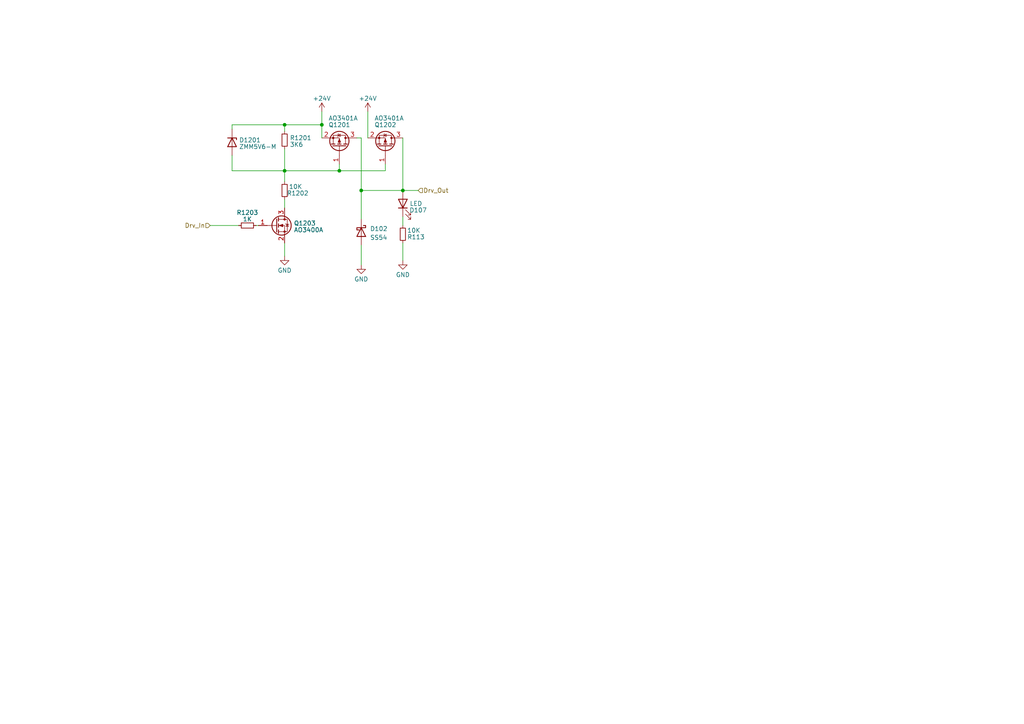
<source format=kicad_sch>
(kicad_sch (version 20230121) (generator eeschema)
  (paper "A4")
  (lib_symbols
    (symbol "Device:R_Small" (pin_numbers hide) (pin_names (offset 0.254) hide)
      (property "Reference" "R" (at 0.762 0.508 0))
      (property "Value" "R_Small" (at 0.762 -1.016 0))
      (symbol "R_Small_0_1"
        (rectangle (start -0.762 1.778) (end 0.762 -1.778) (stroke (width 0.2032)))
      )
      (symbol "R_Small_1_1"
        (pin passive line (at 0 2.54 270) (length 0.762) (name "~") (number "1"))
        (pin passive line (at 0 -2.54 90) (length 0.762) (name "~") (number "2"))
      )
    )
    (symbol "PGD-Library:D_Schottky" (pin_numbers hide) (pin_names (offset 1.016) hide)
      (property "Reference" "D" (at 0 2.54 0))
      (property "Value" "D_Schottky" (at 0 -2.54 0))
      (symbol "D_Schottky_0_1"
        (polyline (pts (xy 1.27 0) (xy -1.27 0)))
        (polyline (pts (xy 1.27 1.27) (xy 1.27 -1.27) (xy -1.27 0) (xy 1.27 1.27)) (stroke (width 0.254)))
        (polyline (pts (xy -1.905 0.635) (xy -1.905 1.27) (xy -1.27 1.27) (xy -1.27 -1.27) (xy -0.635 -1.27) (xy -0.635 -0.635)) (stroke (width 0.254)))
      )
      (symbol "D_Schottky_1_1"
        (pin passive line (at -3.81 0 0) (length 2.54) (name "K") (number "1"))
        (pin passive line (at 3.81 0 180) (length 2.54) (name "A") (number "2"))
      )
    )
    (symbol "PGD-Library:D_Zener" (pin_numbers hide) (pin_names (offset 1.016) hide)
      (property "Reference" "D" (at 0 2.54 0))
      (property "Value" "D_Zener" (at 0 -2.54 0))
      (symbol "D_Zener_0_1"
        (polyline (pts (xy 1.27 0) (xy -1.27 0)))
        (polyline (pts (xy -1.27 -1.27) (xy -1.27 1.27) (xy -0.762 1.27)) (stroke (width 0.254)))
        (polyline (pts (xy 1.27 -1.27) (xy 1.27 1.27) (xy -1.27 0) (xy 1.27 -1.27)) (stroke (width 0.254)))
      )
      (symbol "D_Zener_1_1"
        (pin passive line (at -3.81 0 0) (length 2.54) (name "K") (number "1"))
        (pin passive line (at 3.81 0 180) (length 2.54) (name "A") (number "2"))
      )
    )
    (symbol "PGD-Library:LED" (pin_numbers hide) (pin_names (offset 1.016) hide)
      (property "Reference" "D" (at 0 2.54 0))
      (property "Value" "LED" (at 0 -2.54 0))
      (symbol "LED_0_1"
        (polyline (pts (xy -1.27 -1.27) (xy -1.27 1.27)) (stroke (width 0.254)))
        (polyline (pts (xy -1.27 0) (xy 1.27 0)))
        (polyline (pts (xy 1.27 -1.27) (xy 1.27 1.27) (xy -1.27 0) (xy 1.27 -1.27)) (stroke (width 0.254)))
        (polyline (pts (xy -3.048 -0.762) (xy -4.572 -2.286) (xy -3.81 -2.286) (xy -4.572 -2.286) (xy -4.572 -1.524)))
        (polyline (pts (xy -1.778 -0.762) (xy -3.302 -2.286) (xy -2.54 -2.286) (xy -3.302 -2.286) (xy -3.302 -1.524)))
      )
      (symbol "LED_1_1"
        (pin passive line (at -3.81 0 0) (length 2.54) (name "K") (number "1"))
        (pin passive line (at 3.81 0 180) (length 2.54) (name "A") (number "2"))
      )
    )
    (symbol "PGD-Library:R_Small" (pin_numbers hide) (pin_names (offset 0.254) hide)
      (property "Reference" "R" (at 0.762 0.508 0))
      (property "Value" "R_Small" (at 0.762 -1.016 0))
      (symbol "R_Small_0_1"
        (rectangle (start -0.762 1.778) (end 0.762 -1.778) (stroke (width 0.2032)))
      )
      (symbol "R_Small_1_1"
        (pin passive line (at 0 2.54 270) (length 0.762) (name "~") (number "1"))
        (pin passive line (at 0 -2.54 90) (length 0.762) (name "~") (number "2"))
      )
    )
    (symbol "Transistor_FET:AO3400A" (pin_names hide)
      (property "Reference" "Q" (at 5.08 1.905 0))
      (property "Value" "AO3400A" (at 5.08 0 0))
      (symbol "AO3400A_0_1"
        (polyline (pts (xy 0.254 0) (xy -2.54 0)))
        (polyline (pts (xy 0.254 1.905) (xy 0.254 -1.905)) (stroke (width 0.254)))
        (polyline (pts (xy 0.762 -1.27) (xy 0.762 -2.286)) (stroke (width 0.254)))
        (polyline (pts (xy 0.762 0.508) (xy 0.762 -0.508)) (stroke (width 0.254)))
        (polyline (pts (xy 0.762 2.286) (xy 0.762 1.27)) (stroke (width 0.254)))
        (polyline (pts (xy 2.54 2.54) (xy 2.54 1.778)))
        (polyline (pts (xy 2.54 -2.54) (xy 2.54 0) (xy 0.762 0)))
        (polyline (pts (xy 0.762 -1.778) (xy 3.302 -1.778) (xy 3.302 1.778) (xy 0.762 1.778)))
        (polyline (pts (xy 1.016 0) (xy 2.032 0.381) (xy 2.032 -0.381) (xy 1.016 0)) (fill (type outline)))
        (polyline (pts (xy 2.794 0.508) (xy 2.921 0.381) (xy 3.683 0.381) (xy 3.81 0.254)))
        (polyline (pts (xy 3.302 0.381) (xy 2.921 -0.254) (xy 3.683 -0.254) (xy 3.302 0.381)))
        (circle (center 1.651 0) (radius 2.794) (stroke (width 0.254)))
        (circle (center 2.54 -1.778) (radius 0.254) (fill (type outline)))
        (circle (center 2.54 1.778) (radius 0.254) (fill (type outline)))
      )
      (symbol "AO3400A_1_1"
        (pin input line (at -5.08 0 0) (length 2.54) (name "G") (number "1"))
        (pin passive line (at 2.54 -5.08 90) (length 2.54) (name "S") (number "2"))
        (pin passive line (at 2.54 5.08 270) (length 2.54) (name "D") (number "3"))
      )
    )
    (symbol "Transistor_FET:AO3401A" (pin_names hide)
      (property "Reference" "Q" (at 5.08 1.905 0))
      (property "Value" "AO3401A" (at 5.08 0 0))
      (symbol "AO3401A_0_1"
        (polyline (pts (xy 0.254 0) (xy -2.54 0)))
        (polyline (pts (xy 0.254 1.905) (xy 0.254 -1.905)) (stroke (width 0.254)))
        (polyline (pts (xy 0.762 -1.27) (xy 0.762 -2.286)) (stroke (width 0.254)))
        (polyline (pts (xy 0.762 0.508) (xy 0.762 -0.508)) (stroke (width 0.254)))
        (polyline (pts (xy 0.762 2.286) (xy 0.762 1.27)) (stroke (width 0.254)))
        (polyline (pts (xy 2.54 2.54) (xy 2.54 1.778)))
        (polyline (pts (xy 2.54 -2.54) (xy 2.54 0) (xy 0.762 0)))
        (polyline (pts (xy 0.762 1.778) (xy 3.302 1.778) (xy 3.302 -1.778) (xy 0.762 -1.778)))
        (polyline (pts (xy 2.286 0) (xy 1.27 0.381) (xy 1.27 -0.381) (xy 2.286 0)) (fill (type outline)))
        (polyline (pts (xy 2.794 -0.508) (xy 2.921 -0.381) (xy 3.683 -0.381) (xy 3.81 -0.254)))
        (polyline (pts (xy 3.302 -0.381) (xy 2.921 0.254) (xy 3.683 0.254) (xy 3.302 -0.381)))
        (circle (center 1.651 0) (radius 2.794) (stroke (width 0.254)))
        (circle (center 2.54 -1.778) (radius 0.254) (fill (type outline)))
        (circle (center 2.54 1.778) (radius 0.254) (fill (type outline)))
      )
      (symbol "AO3401A_1_1"
        (pin input line (at -5.08 0 0) (length 2.54) (name "G") (number "1"))
        (pin passive line (at 2.54 -5.08 90) (length 2.54) (name "S") (number "2"))
        (pin passive line (at 2.54 5.08 270) (length 2.54) (name "D") (number "3"))
      )
    )
    (symbol "power:+24V" (power) (pin_names (offset 0))
      (property "Value" "+24V" (at 0 3.556 0))
      (symbol "+24V_0_1"
        (polyline (pts (xy -0.762 1.27) (xy 0 2.54)))
        (polyline (pts (xy 0 0) (xy 0 2.54)))
        (polyline (pts (xy 0 2.54) (xy 0.762 1.27)))
      )
      (symbol "+24V_1_1"
        (pin power_in line (at 0 0 90) (length 0) hide (name "+24V") (number "1"))
      )
    )
    (symbol "power:GND" (power) (pin_names (offset 0))
      (property "Value" "GND" (at 0 -3.81 0))
      (symbol "GND_0_1"
        (polyline (pts (xy 0 0) (xy 0 -1.27) (xy 1.27 -1.27) (xy 0 -2.54) (xy -1.27 -1.27) (xy 0 -1.27)))
      )
      (symbol "GND_1_1"
        (pin power_in line (at 0 0 270) (length 0) hide (name "GND") (number "1"))
      )
    )
  )
  (junction (at 116.84 55.245))
  (junction (at 82.55 49.53))
  (junction (at 98.425 49.53))
  (junction (at 82.55 36.195))
  (junction (at 104.775 55.245))
  (junction (at 93.345 36.195))
  (wire (pts (xy 116.84 55.245) (xy 121.285 55.245)))
  (wire (pts (xy 116.84 62.865) (xy 116.84 65.405)))
  (wire (pts (xy 82.55 36.195) (xy 93.345 36.195)))
  (wire (pts (xy 67.31 49.53) (xy 82.55 49.53)))
  (wire (pts (xy 98.425 47.625) (xy 98.425 49.53)))
  (wire (pts (xy 67.31 36.195) (xy 82.55 36.195)))
  (wire (pts (xy 104.775 55.245) (xy 116.84 55.245)))
  (wire (pts (xy 111.76 47.625) (xy 111.76 49.53)))
  (wire (pts (xy 116.84 40.005) (xy 116.84 55.245)))
  (wire (pts (xy 106.68 32.385) (xy 106.68 40.005)))
  (wire (pts (xy 104.775 55.245) (xy 104.775 63.5)))
  (wire (pts (xy 104.775 71.12) (xy 104.775 76.835)))
  (wire (pts (xy 111.76 49.53) (xy 98.425 49.53)))
  (wire (pts (xy 104.775 40.005) (xy 103.505 40.005)))
  (wire (pts (xy 82.55 70.485) (xy 82.55 74.295)))
  (wire (pts (xy 60.96 65.405) (xy 69.215 65.405)))
  (wire (pts (xy 98.425 49.53) (xy 82.55 49.53)))
  (wire (pts (xy 82.55 49.53) (xy 82.55 52.705)))
  (wire (pts (xy 67.31 45.085) (xy 67.31 49.53)))
  (wire (pts (xy 116.84 70.485) (xy 116.84 75.565)))
  (wire (pts (xy 67.31 37.465) (xy 67.31 36.195)))
  (wire (pts (xy 93.345 32.385) (xy 93.345 36.195)))
  (wire (pts (xy 74.295 65.405) (xy 74.93 65.405)))
  (wire (pts (xy 82.55 38.1) (xy 82.55 36.195)))
  (wire (pts (xy 93.345 36.195) (xy 93.345 40.005)))
  (wire (pts (xy 82.55 43.18) (xy 82.55 49.53)))
  (wire (pts (xy 82.55 57.785) (xy 82.55 60.325)))
  (wire (pts (xy 104.775 40.005) (xy 104.775 55.245)))
  (hierarchical_label "Drv_Out" (shape input) (at 121.285 55.245 0))
  (hierarchical_label "Drv_In" (shape input) (at 60.96 65.405 180))
  (symbol (lib_id "PGD-Library:LED") (at 116.84 59.055 90) (unit 1)
    (property "Reference" "D107" (at 121.285 60.96 90))
    (property "Value" "LED" (at 120.65 59.055 90))
    (property "Footprint" "LED_SMD:LED_0603_1608Metric" (effects hide))
    (property "LCSC Part" "C72043" (effects hide))
    (property "JLC Part" "Basic Part" (effects hide))
    (instances (project "PiraniGaugeDisplay" (path "" (reference "D107") (unit 1)) (path "" (reference "D902") (unit 1)) (path "" (reference "D1102") (unit 1)) (path "" (reference "D1202") (unit 1)) (path "" (reference "D1302") (unit 1))) (project "Output_4Ch_SoftLimits" (path "" (reference "D101") (unit 1)) (path "" (reference "D501") (unit 1)) (path "" (reference "D201") (unit 1)) (path "" (reference "D301") (unit 1))) (project "Bincorp_485JoystickControllerV1" (path "" (reference "D112") (unit 1))) (project "Output_2ch_FaultTolerant" (path "" (reference "D301") (unit 1)) (path "" (reference "D601") (unit 1))) (project "IO_LowPower_V1" (path "" (reference "D201") (unit 1))))
  )
  (symbol (lib_id "Device:R_Small") (at 82.55 40.64 0) (unit 1)
    (property "Reference" "R1201" (at 84.0486 39.9963 0) (effects (justify left)))
    (property "Value" "3K6" (at 84.0486 41.9173 0) (effects (justify left)))
    (property "Footprint" "Resistor_SMD:R_0805_2012Metric" (effects hide))
    (property "LCSC Part" "C18359" (effects hide))
    (property "JLC Part" "Basic Part" (effects hide))
    (instances (project "PiraniGaugeDisplay" (path "" (reference "R1201") (unit 1)) (path "" (reference "R1301") (unit 1)) (path "" (reference "R901") (unit 1)) (path "" (reference "R1101") (unit 1))))
  )
  (symbol (lib_id "Transistor_FET:AO3400A") (at 80.01 65.405 0) (unit 1)
    (property "Reference" "Q1203" (at 85.217 64.7613 0) (effects (justify left)))
    (property "Value" "AO3400A" (at 85.217 66.6823 0) (effects (justify left)))
    (property "Footprint" "Package_TO_SOT_SMD:SOT-23" (effects hide))
    (property "Datasheet" "http://www.aosmd.com/pdfs/datasheet/AO3400A.pdf" (effects hide))
    (property "LCSC Part" "C20917" (effects hide))
    (property "JLC Part" "Basic Part" (effects hide))
    (instances (project "PiraniGaugeDisplay" (path "" (reference "Q1203") (unit 1)) (path "" (reference "Q1303") (unit 1)) (path "" (reference "Q903") (unit 1)) (path "" (reference "Q1103") (unit 1))))
  )
  (symbol (lib_id "Transistor_FET:AO3401A") (at 111.76 42.545 270) (mirror x) (unit 1)
    (property "Reference" "Q1202" (at 108.585 36.211 90) (effects (justify left)))
    (property "Value" "AO3401A" (at 108.585 34.29 90) (effects (justify left)))
    (property "Footprint" "Package_TO_SOT_SMD:SOT-23" (effects hide))
    (property "Datasheet" "http://www.aosmd.com/pdfs/datasheet/AO3401A.pdf" (effects hide))
    (property "LCSC Part" "C15127" (effects hide))
    (property "JLC Part" "Basic Part" (effects hide))
    (instances (project "PiraniGaugeDisplay" (path "" (reference "Q1202") (unit 1)) (path "" (reference "Q1302") (unit 1)) (path "" (reference "Q902") (unit 1)) (path "" (reference "Q1102") (unit 1))))
  )
  (symbol (lib_id "PGD-Library:R_Small") (at 82.55 55.245 180) (unit 1)
    (property "Reference" "R1202" (at 86.3608 56.0401 0))
    (property "Value" "10K" (at 85.7258 54.1351 0))
    (property "Footprint" "Resistor_SMD:R_0805_2012Metric" (effects hide))
    (property "LCSC Part" "C17414" (effects hide))
    (property "JLC Part" "Basic Part" (effects hide))
    (instances (project "PiraniGaugeDisplay" (path "" (reference "R1202") (unit 1)) (path "" (reference "R1302") (unit 1)) (path "" (reference "R902") (unit 1)) (path "" (reference "R1102") (unit 1))))
  )
  (symbol (lib_id "PGD-Library:D_Zener") (at 67.31 41.275 270) (unit 1)
    (property "Reference" "D1201" (at 69.342 40.6313 90) (effects (justify left)))
    (property "Value" "ZMM5V6-M" (at 69.342 42.5523 90) (effects (justify left)))
    (property "Footprint" "Diode_SMD:D_MiniMELF" (effects hide))
    (property "LCSC Part" "C8062" (effects hide))
    (property "JLC Part" "Basic Part" (effects hide))
    (instances (project "PiraniGaugeDisplay" (path "" (reference "D1201") (unit 1)) (path "" (reference "D1301") (unit 1)) (path "" (reference "D901") (unit 1)) (path "" (reference "D1101") (unit 1))))
  )
  (symbol (lib_id "PGD-Library:D_Schottky") (at 104.775 67.31 270) (unit 1)
    (property "Reference" "D102" (at 107.315 66.3575 90) (effects (justify left)))
    (property "Value" "SS54" (at 107.315 68.8975 90) (effects (justify left)))
    (property "Footprint" "Diode_SMD:D_SMA" (effects hide))
    (property "LCSC Part" "C22452" (effects hide))
    (property "JLC Part" "Basic Part" (effects hide))
    (instances (project "PiraniGaugeDisplay" (path "" (reference "D102") (unit 1)) (path "" (reference "D903") (unit 1)) (path "" (reference "D1103") (unit 1)) (path "" (reference "D1203") (unit 1)) (path "" (reference "D1303") (unit 1))) (project "Bincorp_485JoystickControllerV1" (path "" (reference "D105") (unit 1))))
  )
  (symbol (lib_id "power:GND") (at 116.84 75.565 0) (unit 1)
    (property "Reference" "#PWR0150" (effects hide))
    (property "Value" "GND" (at 116.84 79.7005 0))
    (instances (project "PiraniGaugeDisplay" (path "" (reference "#PWR0150") (unit 1)) (path "" (reference "#PWR0904") (unit 1)) (path "" (reference "#PWR01104") (unit 1)) (path "" (reference "#PWR01204") (unit 1)) (path "" (reference "#PWR01304") (unit 1))) (project "Output_4Ch_SoftLimits" (path "" (reference "#PWR0227") (unit 1)) (path "" (reference "#PWR0105") (unit 1)) (path "" (reference "#PWR0309") (unit 1))) (project "Bincorp_485JoystickControllerV1" (path "" (reference "#PWR0169") (unit 1))) (project "Output_2ch_FaultTolerant" (path "" (reference "#PWR034") (unit 1))) (project "IO_LowPower_V1" (path "" (reference "#PWR0202") (unit 1))))
  )
  (symbol (lib_id "power:GND") (at 82.55 74.295 0) (unit 1)
    (property "Reference" "#PWR01203" (effects hide))
    (property "Value" "GND" (at 82.55 78.4305 0))
    (instances (project "PiraniGaugeDisplay" (path "" (reference "#PWR01203") (unit 1)) (path "" (reference "#PWR01303") (unit 1)) (path "" (reference "#PWR0903") (unit 1)) (path "" (reference "#PWR01103") (unit 1))))
  )
  (symbol (lib_id "power:+24V") (at 106.68 32.385 0) (unit 1)
    (property "Reference" "#PWR01202" (effects hide))
    (property "Value" "+24V" (at 106.68 28.575 0))
    (instances (project "PiraniGaugeDisplay" (path "" (reference "#PWR01202") (unit 1)) (path "" (reference "#PWR01302") (unit 1)) (path "" (reference "#PWR0902") (unit 1)) (path "" (reference "#PWR01102") (unit 1))))
  )
  (symbol (lib_id "power:+24V") (at 93.345 32.385 0) (unit 1)
    (property "Reference" "#PWR01201" (effects hide))
    (property "Value" "+24V" (at 93.345 28.575 0))
    (instances (project "PiraniGaugeDisplay" (path "" (reference "#PWR01201") (unit 1)) (path "" (reference "#PWR01301") (unit 1)) (path "" (reference "#PWR0901") (unit 1)) (path "" (reference "#PWR01101") (unit 1))))
  )
  (symbol (lib_id "Device:R_Small") (at 71.755 65.405 270) (unit 1)
    (property "Reference" "R1203" (at 71.755 61.6585 90))
    (property "Value" "1K" (at 71.755 63.5795 90))
    (property "Footprint" "Resistor_SMD:R_0402_1005Metric" (effects hide))
    (property "LCSC Part" "C11702" (effects hide))
    (property "JLC Part" "Basic Part" (effects hide))
    (instances (project "PiraniGaugeDisplay" (path "" (reference "R1203") (unit 1)) (path "" (reference "R1303") (unit 1)) (path "" (reference "R903") (unit 1)) (path "" (reference "R1103") (unit 1))))
  )
  (symbol (lib_id "PGD-Library:R_Small") (at 116.84 67.945 180) (unit 1)
    (property "Reference" "R113" (at 120.6508 68.7401 0))
    (property "Value" "10K" (at 120.0158 66.8351 0))
    (property "Footprint" "Resistor_SMD:R_0805_2012Metric" (effects hide))
    (property "LCSC Part" "C17414" (effects hide))
    (property "JLC Part" "Basic Part" (effects hide))
    (instances (project "PiraniGaugeDisplay" (path "" (reference "R113") (unit 1)) (path "" (reference "R904") (unit 1)) (path "" (reference "R1104") (unit 1)) (path "" (reference "R1204") (unit 1)) (path "" (reference "R1304") (unit 1))) (project "Output_6Ch_SoftLimits" (path "" (reference "R201") (unit 1))) (project "Bincorp_485JoystickControllerV1" (path "" (reference "R123") (unit 1))) (project "Output_2ch_FaultTolerant" (path "" (reference "R202") (unit 1)) (path "" (reference "R402") (unit 1)) (path "" (reference "R303") (unit 1)) (path "" (reference "R603") (unit 1)) (path "" (reference "R503") (unit 1))))
  )
  (symbol (lib_id "power:GND") (at 104.775 76.835 0) (unit 1)
    (property "Reference" "#PWR0150" (effects hide))
    (property "Value" "GND" (at 104.775 80.9705 0))
    (instances (project "PiraniGaugeDisplay" (path "" (reference "#PWR0150") (unit 1)) (path "" (reference "#PWR0905") (unit 1)) (path "" (reference "#PWR01105") (unit 1)) (path "" (reference "#PWR01205") (unit 1)) (path "" (reference "#PWR01305") (unit 1))) (project "Output_4Ch_SoftLimits" (path "" (reference "#PWR0227") (unit 1)) (path "" (reference "#PWR0105") (unit 1)) (path "" (reference "#PWR0309") (unit 1))) (project "Bincorp_485JoystickControllerV1" (path "" (reference "#PWR0169") (unit 1))) (project "Output_2ch_FaultTolerant" (path "" (reference "#PWR034") (unit 1))) (project "IO_LowPower_V1" (path "" (reference "#PWR0202") (unit 1))))
  )
  (symbol (lib_id "Transistor_FET:AO3401A") (at 98.425 42.545 270) (mirror x) (unit 1)
    (property "Reference" "Q1201" (at 95.25 36.211 90) (effects (justify left)))
    (property "Value" "AO3401A" (at 95.25 34.29 90) (effects (justify left)))
    (property "Footprint" "Package_TO_SOT_SMD:SOT-23" (effects hide))
    (property "Datasheet" "http://www.aosmd.com/pdfs/datasheet/AO3401A.pdf" (effects hide))
    (property "LCSC Part" "C15127" (effects hide))
    (property "JLC Part" "Basic Part" (effects hide))
    (instances (project "PiraniGaugeDisplay" (path "" (reference "Q1201") (unit 1)) (path "" (reference "Q1301") (unit 1)) (path "" (reference "Q901") (unit 1)) (path "" (reference "Q1101") (unit 1))))
  )
)
</source>
